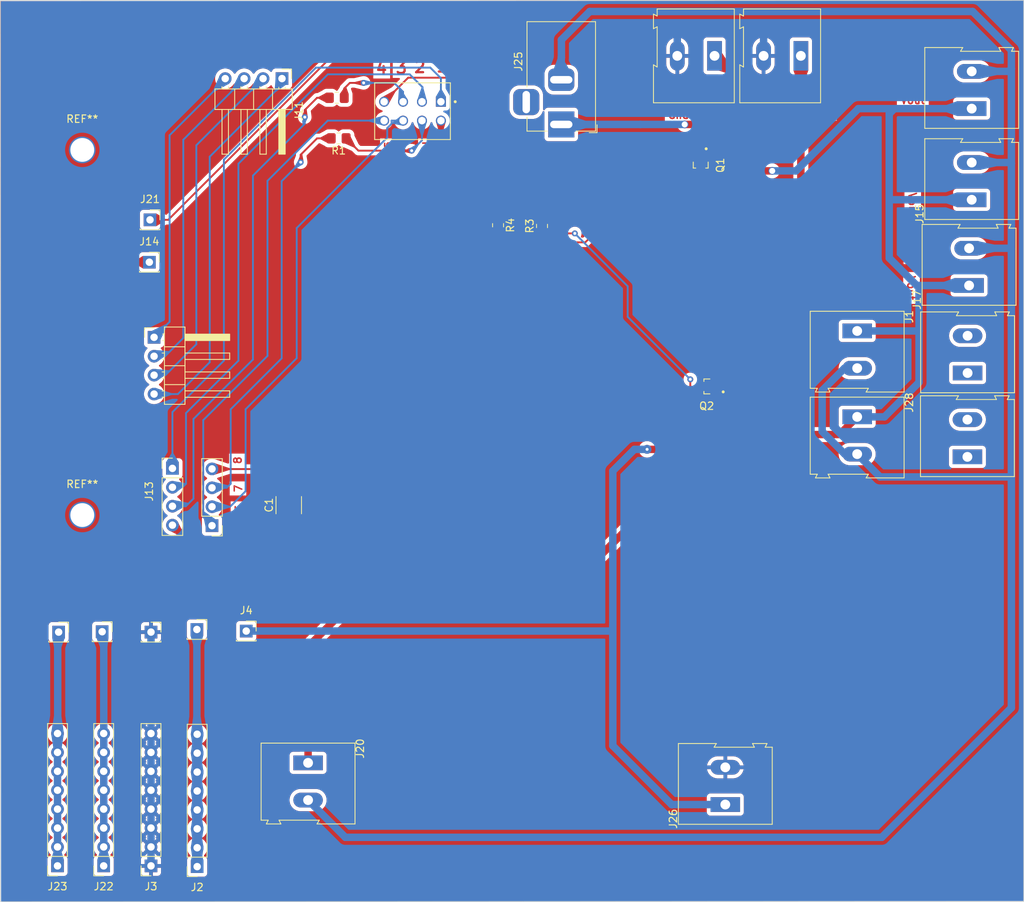
<source format=kicad_pcb>
(kicad_pcb (version 20241229) (generator "pcbnew") (generator_version "9.0")
  (layers (0 "F.Cu" signal) (2 "B.Cu" signal) (13 "F.Paste" user) (15 "B.Paste" user) (5 "F.SilkS" user "F.Silkscreen") (7 "B.SilkS" user "B.Silkscreen") (1 "F.Mask" user) (3 "B.Mask" user) (25 "Edge.Cuts" user))
  (net 0 "")
  (net 1 "Net-(J2-Pin_1)")
  (net 2 "Net-(J22-Pin_1)")
  (net 3 "Net-(J6-Pin_3)")
  (net 4 "Net-(J7-Pin_3)")
  (net 5 "Net-(J23-Pin_1)")
  (net 6 "Net-(J11-Pin_2)")
  (net 7 "Net-(J11-Pin_3)")
  (net 8 "Net-(J11-Pin_1)")
  (net 9 "Net-(J11-Pin_4)")
  (net 10 "Net-(J7-Pin_4)")
  (net 11 "Net-(J6-Pin_4)")
  (net 12 "Net-(J6-Pin_2)")
  (net 13 "Net-(J6-Pin_1)")
  (net 14 "Net-(J7-Pin_1)")
  (net 15 "Net-(J7-Pin_2)")
  (net 16 "Net-(J12-Pad7)")
  (net 17 "Net-(J12-Pad3)")
  (net 18 "GND")
  (net 19 "Net-(J14-Pin_1)")
  (net 20 "Net-(J21-Pin_1)")
  (net 21 "Net-(J10-Pin_1)")
  (net 22 "Net-(J26-Pin_1)")
  (net 26 "unconnected-(J19-Pin_1-Pad1)")
  (net 27 "Net-(Q1-D)")
  (net 28 "Net-(Q1-G)")
  (net 29 "Net-(Q2-G)")
  (net 30 "Net-(J1-Pin_2)")
  (net 31 "Net-(J1-Pin_1)")
  (footprint "Connector_PinSocket_2.54mm:PinSocket_1x08_P2.54mm_Vertical" (layer "F.Cu") (at 71.4146 145.2358 180)
    (property "Reference" "J2" (at 0 -2.77 0) (layer "F.SilkS"))
    (property "Value" "Conn_01x08" (hide yes))
    (pad "1" thru_hole rect (at 0 0 180) (size 1.7 1.7) (drill 1) (layers "*.Cu" "*.Mask") (net 1 "Net-(J2-Pin_1)"))
    (pad "2" thru_hole circle (at 0 2.54 180) (size 1.7 1.7) (drill 1) (layers "*.Cu" "*.Mask") (net 1 "Net-(J2-Pin_1)"))
    (pad "3" thru_hole circle (at 0 5.08 180) (size 1.7 1.7) (drill 1) (layers "*.Cu" "*.Mask") (net 1 "Net-(J2-Pin_1)"))
    (pad "4" thru_hole circle (at 0 7.62 180) (size 1.7 1.7) (drill 1) (layers "*.Cu" "*.Mask") (net 1 "Net-(J2-Pin_1)"))
    (pad "5" thru_hole circle (at 0 10.16 180) (size 1.7 1.7) (drill 1) (layers "*.Cu" "*.Mask") (net 1 "Net-(J2-Pin_1)"))
    (pad "6" thru_hole circle (at 0 12.7 180) (size 1.7 1.7) (drill 1) (layers "*.Cu" "*.Mask") (net 1 "Net-(J2-Pin_1)"))
    (pad "7" thru_hole circle (at 0 15.24 180) (size 1.7 1.7) (drill 1) (layers "*.Cu" "*.Mask") (net 1 "Net-(J2-Pin_1)"))
    (pad "8" thru_hole circle (at 0 17.78 180) (size 1.7 1.7) (drill 1) (layers "*.Cu" "*.Mask") (net 1 "Net-(J2-Pin_1)"))
  )
  (footprint "Connector_PinSocket_2.54mm:PinSocket_1x08_P2.54mm_Vertical" (layer "F.Cu") (at 65.217 145.1342 180)
    (property "Reference" "J3" (at 0 -2.77 0) (layer "F.SilkS"))
    (property "Value" "Conn_01x08" (hide yes))
    (pad "1" thru_hole rect (at 0 0 180) (size 1.7 1.7) (drill 1) (layers "*.Cu" "*.Mask") (net 18 "GND"))
    (pad "2" thru_hole circle (at 0 2.54 180) (size 1.7 1.7) (drill 1) (layers "*.Cu" "*.Mask") (net 18 "GND"))
    (pad "3" thru_hole circle (at 0 5.08 180) (size 1.7 1.7) (drill 1) (layers "*.Cu" "*.Mask") (net 18 "GND"))
    (pad "4" thru_hole circle (at 0 7.62 180) (size 1.7 1.7) (drill 1) (layers "*.Cu" "*.Mask") (net 18 "GND"))
    (pad "5" thru_hole circle (at 0 10.16 180) (size 1.7 1.7) (drill 1) (layers "*.Cu" "*.Mask") (net 18 "GND"))
    (pad "6" thru_hole circle (at 0 12.7 180) (size 1.7 1.7) (drill 1) (layers "*.Cu" "*.Mask") (net 18 "GND"))
    (pad "7" thru_hole circle (at 0 15.24 180) (size 1.7 1.7) (drill 1) (layers "*.Cu" "*.Mask") (net 18 "GND"))
    (pad "8" thru_hole circle (at 0 17.78 180) (size 1.7 1.7) (drill 1) (layers "*.Cu" "*.Mask") (net 18 "GND"))
  )
  (footprint "TerminalBlock:TerminalBlock_Altech_AK300-2_P5.00mm" (layer "F.Cu") (at 160 73.3 -90)
    (property "Reference" "J1" (at -1.92 -6.99 90) (layer "F.SilkS"))
    (property "Value" "Screw_Terminal_01x02")
    (pad "1" thru_hole rect (at 0 0 270) (size 1.98 3.96) (drill 1.32) (layers "*.Cu" "*.Mask") (net 31 "Net-(J1-Pin_1)"))
    (pad "2" thru_hole oval (at 5 0 270) (size 1.98 3.96) (drill 1.32) (layers "*.Cu" "*.Mask") (net 30 "Net-(J1-Pin_2)"))
  )
  (footprint "Connector_PinSocket_2.54mm:PinSocket_1x01_P2.54mm_Vertical" (layer "F.Cu") (at 78 113.6)
    (property "Reference" "J4" (at 0 -2.77 0) (layer "F.SilkS"))
    (property "Value" "Conn_01x01_Pin")
    (pad "1" thru_hole rect (at 0 0) (size 1.7 1.7) (drill 1) (layers "*.Cu" "*.Mask") (net 22 "Net-(J26-Pin_1)"))
  )
  (footprint "Resistor_SMD:R_0805_2012Metric_Pad1.20x1.40mm_HandSolder" (layer "F.Cu") (at 90.155 41.985)
    (property "Reference" "R2" (hide yes))
    (property "Value" "100k")
    (pad "1" smd roundrect (at -1 0) (size 1.2 1.4) (layers "F.Cu" "F.Mask" "F.Paste") (roundrect_rratio 0.208333) (net 3 "Net-(J6-Pin_3)"))
    (pad "2" smd roundrect (at 1 0) (size 1.2 1.4) (layers "F.Cu" "F.Mask" "F.Paste") (roundrect_rratio 0.208333) (net 17 "Net-(J12-Pad3)"))
  )
  (footprint "TerminalBlock:TerminalBlock_Altech_AK300-2_P5.00mm" (layer "F.Cu") (at 86.3 131.3 -90)
    (property "Reference" "J20" (at -1.92 -6.99 90) (layer "F.SilkS"))
    (property "Value" "Screw_Terminal_01x02")
    (pad "1" thru_hole rect (at 0 0 270) (size 1.98 3.96) (drill 1.32) (layers "*.Cu" "*.Mask") (net 31 "Net-(J1-Pin_1)"))
    (pad "2" thru_hole oval (at 5 0 270) (size 1.98 3.96) (drill 1.32) (layers "*.Cu" "*.Mask") (net 30 "Net-(J1-Pin_2)"))
  )
  (footprint "Connector_PinHeader_2.54mm:PinHeader_1x04_P2.54mm_Vertical" (layer "F.Cu") (at 68.0928 91.756)
    (property "Reference" "J6" (hide yes))
    (property "Value" "Conn_01x04" (hide yes))
    (pad "1" thru_hole rect (at 0 0) (size 1.7 1.7) (drill 1) (layers "*.Cu" "*.Mask") (net 13 "Net-(J6-Pin_1)"))
    (pad "2" thru_hole circle (at 0 2.54) (size 1.7 1.7) (drill 1) (layers "*.Cu" "*.Mask") (net 12 "Net-(J6-Pin_2)"))
    (pad "3" thru_hole circle (at 0 5.08) (size 1.7 1.7) (drill 1) (layers "*.Cu" "*.Mask") (net 3 "Net-(J6-Pin_3)"))
    (pad "4" thru_hole circle (at 0 7.62) (size 1.7 1.7) (drill 1) (layers "*.Cu" "*.Mask") (net 11 "Net-(J6-Pin_4)"))
  )
  (footprint "Capacitor_SMD:C_1812_4532Metric_Pad1.57x3.40mm_HandSolder" (layer "F.Cu") (at 83.705 96.6925 90)
    (property "Reference" "C1" (at 0 -2.65 90) (layer "F.SilkS"))
    (property "Value" "100n")
    (pad "1" smd roundrect (at -2.1375 0 90) (size 1.575 3.4) (layers "F.Cu" "F.Mask" "F.Paste") (roundrect_rratio 0.15873) (net 11 "Net-(J6-Pin_4)"))
    (pad "2" smd roundrect (at 2.1375 0 90) (size 1.575 3.4) (layers "F.Cu" "F.Mask" "F.Paste") (roundrect_rratio 0.15873) (net 10 "Net-(J7-Pin_4)"))
  )
  (footprint "TerminalBlock:TerminalBlock_Altech_AK300-2_P5.00mm" (layer "F.Cu") (at 175.37 55.68 90)
    (property "Reference" "J15" (at -1.92 -6.99 90) (layer "F.SilkS"))
    (property "Value" "Screw_Terminal_01x02" (hide yes))
    (pad "1" thru_hole rect (at 0 0 90) (size 1.98 3.96) (drill 1.32) (layers "*.Cu" "*.Mask") (net 31 "Net-(J1-Pin_1)"))
    (pad "2" thru_hole oval (at 5 0 90) (size 1.98 3.96) (drill 1.32) (layers "*.Cu" "*.Mask") (net 30 "Net-(J1-Pin_2)"))
  )
  (footprint "MountingHole:MountingHole_3.2mm_M3_Pad_TopOnly" (layer "F.Cu") (at 55.995 48.985)
    (property "Reference" "REF**" (at 0 -4.15 0) (layer "F.SilkS"))
    (property "Value" "MountingHole_3.2mm_M3_Pad_TopOnly" (hide yes))
    (pad "1" thru_hole circle (at 0 0) (size 3.6 3.6) (drill 3.2) (layers "*.Cu" "*.Mask"))
    (pad "1" connect circle (at 0 0) (size 6.4 6.4) (layers "F.Cu" "F.Mask"))
  )
  (footprint "TerminalBlock:TerminalBlock_Altech_AK300-2_P5.00mm" (layer "F.Cu") (at 152.44 36.355 180)
    (property "Reference" "J10" (hide yes))
    (property "Value" "Screw_Terminal_01x02" (hide yes))
    (pad "1" thru_hole rect (at 0 0 180) (size 1.98 3.96) (drill 1.32) (layers "*.Cu" "*.Mask") (net 21 "Net-(J10-Pin_1)"))
    (pad "2" thru_hole oval (at 5 0 180) (size 1.98 3.96) (drill 1.32) (layers "*.Cu" "*.Mask") (net 18 "GND"))
  )
  (footprint "Resistor_SMD:R_0805_2012Metric_Pad1.20x1.40mm_HandSolder" (layer "F.Cu") (at 90.405 47.435 180)
    (property "Reference" "R1" (at 0 -1.65 0) (layer "F.SilkS"))
    (property "Value" "100k")
    (pad "1" smd roundrect (at -1 0 180) (size 1.2 1.4) (layers "F.Cu" "F.Mask" "F.Paste") (roundrect_rratio 0.208333) (net 16 "Net-(J12-Pad7)"))
    (pad "2" smd roundrect (at 1 0 180) (size 1.2 1.4) (layers "F.Cu" "F.Mask" "F.Paste") (roundrect_rratio 0.208333) (net 4 "Net-(J7-Pin_3)"))
  )
  (footprint "Connector_PinSocket_2.54mm:PinSocket_1x01_P2.54mm_Vertical" (layer "F.Cu") (at 65.085 58.375)
    (property "Reference" "J21" (at 0 -2.77 0) (layer "F.SilkS"))
    (property "Value" "Conn_01x01_Pin" (hide yes))
    (pad "1" thru_hole rect (at 0 0) (size 1.7 1.7) (drill 1) (layers "*.Cu" "*.Mask") (net 20 "Net-(J21-Pin_1)"))
  )
  (footprint "TerminalBlock:TerminalBlock_Altech_AK300-2_P5.00mm" (layer "F.Cu") (at 175.37 43.44 90)
    (property "Reference" "J16" (hide yes))
    (property "Value" "Screw_Terminal_01x02" (hide yes))
    (pad "1" thru_hole rect (at 0 0 90) (size 1.98 3.96) (drill 1.32) (layers "*.Cu" "*.Mask") (net 31 "Net-(J1-Pin_1)"))
    (pad "2" thru_hole oval (at 5 0 90) (size 1.98 3.96) (drill 1.32) (layers "*.Cu" "*.Mask") (net 30 "Net-(J1-Pin_2)"))
  )
  (footprint "Connector_PinSocket_2.54mm:PinSocket_1x01_P2.54mm_Vertical" (layer "F.Cu") (at 58.6638 113.689)
    (property "Reference" "J5" (hide yes))
    (property "Value" "Conn_01x01_Pin")
    (pad "1" thru_hole rect (at 0 0) (size 1.7 1.7) (drill 1) (layers "*.Cu" "*.Mask") (net 2 "Net-(J22-Pin_1)"))
  )
  (footprint "Resistor_SMD:R_0805_2012Metric_Pad1.20x1.40mm_HandSolder" (layer "F.Cu") (at 117.7 59.2 90)
    (property "Reference" "R3" (at 0 -1.65 90) (layer "F.SilkS"))
    (property "Value" "1k")
    (pad "1" smd roundrect (at -1 0 90) (size 1.2 1.4) (layers "F.Cu" "F.Mask" "F.Paste") (roundrect_rratio 0.208333) (net 29 "Net-(Q2-G)"))
    (pad "2" smd roundrect (at 1 0 90) (size 1.2 1.4) (layers "F.Cu" "F.Mask" "F.Paste") (roundrect_rratio 0.208333) (net 20 "Net-(J21-Pin_1)"))
  )
  (footprint "Connector_PinHeader_2.54mm:PinHeader_1x04_P2.54mm_Horizontal" (layer "F.Cu") (at 65.629 74.1538)
    (property "Reference" "J13" (hide yes))
    (property "Value" "Conn_01x04" (hide yes))
    (pad "1" thru_hole rect (at 0 0) (size 1.7 1.7) (drill 1) (layers "*.Cu" "*.Mask") (net 9 "Net-(J11-Pin_4)"))
    (pad "2" thru_hole circle (at 0 2.54) (size 1.7 1.7) (drill 1) (layers "*.Cu" "*.Mask") (net 7 "Net-(J11-Pin_3)"))
    (pad "3" thru_hole circle (at 0 5.08) (size 1.7 1.7) (drill 1) (layers "*.Cu" "*.Mask") (net 6 "Net-(J11-Pin_2)"))
    (pad "4" thru_hole circle (at 0 7.62) (size 1.7 1.7) (drill 1) (layers "*.Cu" "*.Mask") (net 8 "Net-(J11-Pin_1)"))
  )
  (footprint "Connector_PinSocket_2.54mm:PinSocket_1x08_P2.54mm_Vertical" (layer "F.Cu") (at 52.6694 145.1342 180)
    (property "Reference" "J23" (at 0 -2.77 0) (layer "F.SilkS"))
    (property "Value" "Conn_01x08")
    (pad "1" thru_hole rect (at 0 0 180) (size 1.7 1.7) (drill 1) (layers "*.Cu" "*.Mask") (net 5 "Net-(J23-Pin_1)"))
    (pad "2" thru_hole circle (at 0 2.54 180) (size 1.7 1.7) (drill 1) (layers "*.Cu" "*.Mask") (net 5 "Net-(J23-Pin_1)"))
    (pad "3" thru_hole circle (at 0 5.08 180) (size 1.7 1.7) (drill 1) (layers "*.Cu" "*.Mask") (net 5 "Net-(J23-Pin_1)"))
    (pad "4" thru_hole circle (at 0 7.62 180) (size 1.7 1.7) (drill 1) (layers "*.Cu" "*.Mask") (net 5 "Net-(J23-Pin_1)"))
    (pad "5" thru_hole circle (at 0 10.16 180) (size 1.7 1.7) (drill 1) (layers "*.Cu" "*.Mask") (net 5 "Net-(J23-Pin_1)"))
    (pad "6" thru_hole circle (at 0 12.7 180) (size 1.7 1.7) (drill 1) (layers "*.Cu" "*.Mask") (net 5 "Net-(J23-Pin_1)"))
    (pad "7" thru_hole circle (at 0 15.24 180) (size 1.7 1.7) (drill 1) (layers "*.Cu" "*.Mask") (net 5 "Net-(J23-Pin_1)"))
    (pad "8" thru_hole circle (at 0 17.78 180) (size 1.7 1.7) (drill 1) (layers "*.Cu" "*.Mask") (net 5 "Net-(J23-Pin_1)"))
  )
  (footprint "TerminalBlock:TerminalBlock_Altech_AK300-2_P5.00mm" (layer "F.Cu") (at 140.855 36.355 180)
    (property "Reference" "J8" (hide yes))
    (property "Value" "Screw_Terminal_01x02" (hide yes))
    (pad "1" thru_hole rect (at 0 0 180) (size 1.98 3.96) (drill 1.32) (layers "*.Cu" "*.Mask") (net 21 "Net-(J10-Pin_1)"))
    (pad "2" thru_hole oval (at 5 0 180) (size 1.98 3.96) (drill 1.32) (layers "*.Cu" "*.Mask") (net 18 "GND"))
  )
  (footprint "Connector_PinSocket_2.54mm:PinSocket_1x01_P2.54mm_Vertical" (layer "F.Cu") (at 52.8218 113.7398)
    (property "Reference" "J8" (hide yes))
    (property "Value" "Conn_01x01_Pin" (hide yes))
    (pad "1" thru_hole rect (at 0 0) (size 1.7 1.7) (drill 1) (layers "*.Cu" "*.Mask") (net 5 "Net-(J23-Pin_1)"))
  )
  (footprint "TerminalBlock:TerminalBlock_Altech_AK300-2_P5.00mm" (layer "F.Cu") (at 160 84.835 -90)
    (property "Reference" "J28" (at -1.92 -6.99 90) (layer "F.SilkS"))
    (property "Value" "Screw_Terminal_01x02")
    (pad "1" thru_hole rect (at 0 0 270) (size 1.98 3.96) (drill 1.32) (layers "*.Cu" "*.Mask") (net 31 "Net-(J1-Pin_1)"))
    (pad "2" thru_hole oval (at 5 0 270) (size 1.98 3.96) (drill 1.32) (layers "*.Cu" "*.Mask") (net 30 "Net-(J1-Pin_2)"))
  )
  (footprint "Connector_PinHeader_2.54mm:PinHeader_1x04_P2.54mm_Vertical" (layer "F.Cu") (at 73.405 99.445 180)
    (property "Reference" "J7" (hide yes))
    (property "Value" "Conn_01x04")
    (pad "1" thru_hole rect (at 0 0 180) (size 1.7 1.7) (drill 1) (layers "*.Cu" "*.Mask") (net 14 "Net-(J7-Pin_1)"))
    (pad "2" thru_hole circle (at 0 2.54 180) (size 1.7 1.7) (drill 1) (layers "*.Cu" "*.Mask") (net 15 "Net-(J7-Pin_2)"))
    (pad "3" thru_hole circle (at 0 5.08 180) (size 1.7 1.7) (drill 1) (layers "*.Cu" "*.Mask") (net 4 "Net-(J7-Pin_3)"))
    (pad "4" thru_hole circle (at 0 7.62 180) (size 1.7 1.7) (drill 1) (layers "*.Cu" "*.Mask") (net 10 "Net-(J7-Pin_4)"))
  )
  (footprint "Connector_PinSocket_2.54mm:PinSocket_1x01_P2.54mm_Vertical" (layer "F.Cu") (at 71.375 113.385)
    (property "Reference" "J9" (hide yes))
    (property "Value" "Conn_01x01_Pin")
    (pad "1" thru_hole rect (at 0 0) (size 1.7 1.7) (drill 1) (layers "*.Cu" "*.Mask") (net 1 "Net-(J2-Pin_1)"))
  )
  (footprint "temmp:DIO_BAV99W_RFG" (layer "F.Cu") (at 139 50.8 -90)
    (property "Reference" "Q1" (at 0.255 -2.631 90) (layer "F.SilkS"))
    (property "Value" "NMOS")
    (pad "1" smd rect (at -0.95 -0.65 270) (size 0.9 0.7) (layers "F.Cu" "F.Mask" "F.Paste") (net 27 "Net-(Q1-D)"))
    (pad "2" smd rect (at -0.95 0.65 270) (size 0.9 0.7) (layers "F.Cu" "F.Mask" "F.Paste") (net 28 "Net-(Q1-G)"))
    (pad "3" smd rect (at 0.95 0 270) (size 0.9 0.7) (layers "F.Cu" "F.Mask" "F.Paste") (net 31 "Net-(J1-Pin_1)"))
  )
  (footprint "TerminalBlock:TerminalBlock_Altech_AK300-2_P5.00mm" (layer "F.Cu") (at 142.3 136.9 90)
    (property "Reference" "J26" (at -1.92 -6.99 90) (layer "F.SilkS"))
    (property "Value" "Screw_Terminal_01x02")
    (pad "1" thru_hole rect (at 0 0 90) (size 1.98 3.96) (drill 1.32) (layers "*.Cu" "*.Mask") (net 22 "Net-(J26-Pin_1)"))
    (pad "2" thru_hole oval (at 5 0 90) (size 1.98 3.96) (drill 1.32) (layers "*.Cu" "*.Mask") (net 18 "GND"))
  )
  (footprint "footprint:TE_281740-4" (layer "F.Cu") (at 97.1275 45.515)
    (property "Reference" "J12" (hide yes))
    (property "Value" "281740-4" (hide yes))
    (pad "1" thru_hole rect (at 7 -3 180) (size 1.35 1.35) (drill 1) (layers "*.Cu" "*.Mask") (net 13 "Net-(J6-Pin_1)"))
    (pad "2" thru_hole circle (at 4.46 -3 180) (size 1.35 1.35) (drill 1) (layers "*.Cu" "*.Mask") (net 12 "Net-(J6-Pin_2)"))
    (pad "3" thru_hole circle (at 1.92 -3 180) (size 1.35 1.35) (drill 1) (layers "*.Cu" "*.Mask") (net 17 "Net-(J12-Pad3)"))
    (pad "4" thru_hole circle (at -0.62 -3 180) (size 1.35 1.35) (drill 1) (layers "*.Cu" "*.Mask") (net 11 "Net-(J6-Pin_4)"))
    (pad "5" thru_hole circle (at -0.62 -0.46 180) (size 1.35 1.35) (drill 1) (layers "*.Cu" "*.Mask") (net 14 "Net-(J7-Pin_1)"))
    (pad "6" thru_hole circle (at 1.92 -0.46 180) (size 1.35 1.35) (drill 1) (layers "*.Cu" "*.Mask") (net 15 "Net-(J7-Pin_2)"))
    (pad "7" thru_hole circle (at 4.46 -0.46 180) (size 1.35 1.35) (drill 1) (layers "*.Cu" "*.Mask") (net 16 "Net-(J12-Pad7)"))
    (pad "8" thru_hole circle (at 7 -0.46 180) (size 1.35 1.35) (drill 1) (layers "*.Cu" "*.Mask") (net 10 "Net-(J7-Pin_4)"))
  )
  (footprint "Connector_PinSocket_2.54mm:PinSocket_1x01_P2.54mm_Vertical" (layer "F.Cu") (at 64.995 64.065)
    (property "Reference" "J14" (at 0 -2.77 0) (layer "F.SilkS"))
    (property "Value" "Conn_01x01_Pin" (hide yes))
    (pad "1" thru_hole rect (at 0 0) (size 1.7 1.7) (drill 1) (layers "*.Cu" "*.Mask") (net 19 "Net-(J14-Pin_1)"))
  )
  (footprint "Connector_BarrelJack:BarrelJack_Horizontal" (layer "F.Cu") (at 120.2825 45.565 -90)
    (property "Reference" "J25" (at -8.45 5.75 90) (layer "F.SilkS"))
    (property "Value" "Jack-DC")
    (pad "1" thru_hole rect (at 0 0 270) (size 3.5 3.5) (drill oval 1 3) (layers "*.Cu" "*.Mask") (net 27 "Net-(Q1-D)"))
    (pad "2" thru_hole roundrect (at -6 0 270) (size 3 3.5) (drill oval 1 3) (layers "*.Cu" "*.Mask") (net 30 "Net-(J1-Pin_2)"))
    (pad "3" thru_hole roundrect (at -3 4.7 270) (size 3.5 3.5) (drill oval 3 1) (layers "*.Cu" "*.Mask"))
  )
  (footprint "temmp:DIO_BAV99W_RFG" (layer "F.Cu") (at 140.05 80.75 180)
    (property "Reference" "Q2" (at 0.255 -2.631 0) (layer "F.SilkS"))
    (property "Value" "NMOS")
    (pad "1" smd rect (at -0.95 -0.65 180) (size 0.9 0.7) (layers "F.Cu" "F.Mask" "F.Paste") (net 22 "Net-(J26-Pin_1)"))
    (pad "2" smd rect (at -0.95 0.65 180) (size 0.9 0.7) (layers "F.Cu" "F.Mask" "F.Paste") (net 29 "Net-(Q2-G)"))
    (pad "3" smd rect (at 0.95 0 180) (size 0.9 0.7) (layers "F.Cu" "F.Mask" "F.Paste") (net 21 "Net-(J10-Pin_1)"))
  )
  (footprint "Connector_PinHeader_2.54mm:PinHeader_1x04_P2.54mm_Horizontal" (layer "F.Cu") (at 82.7994 39.4066 -90)
    (property "Reference" "J11" (at 4.385 -2.27 90) (layer "F.SilkS"))
    (property "Value" "Conn_01x04")
    (pad "1" thru_hole rect (at 0 0 270) (size 1.7 1.7) (drill 1) (layers "*.Cu" "*.Mask") (net 8 "Net-(J11-Pin_1)"))
    (pad "2" thru_hole circle (at 0 2.54 270) (size 1.7 1.7) (drill 1) (layers "*.Cu" "*.Mask") (net 6 "Net-(J11-Pin_2)"))
    (pad "3" thru_hole circle (at 0 5.08 270) (size 1.7 1.7) (drill 1) (layers "*.Cu" "*.Mask") (net 7 "Net-(J11-Pin_3)"))
    (pad "4" thru_hole circle (at 0 7.62 270) (size 1.7 1.7) (drill 1) (layers "*.Cu" "*.Mask") (net 9 "Net-(J11-Pin_4)"))
  )
  (footprint "Resistor_SMD:R_0805_2012Metric_Pad1.20x1.40mm_HandSolder" (layer "F.Cu") (at 111.8 59.1 -90)
    (property "Reference" "R4" (at 0 -1.65 90) (layer "F.SilkS"))
    (property "Value" "1k")
    (pad "1" smd roundrect (at -1 0 270) (size 1.2 1.4) (layers "F.Cu" "F.Mask" "F.Paste") (roundrect_rratio 0.208333) (net 28 "Net-(Q1-G)"))
    (pad "2" smd roundrect (at 1 0 270) (size 1.2 1.4) (layers "F.Cu" "F.Mask" "F.Paste") (roundrect_rratio 0.208333) (net 19 "Net-(J14-Pin_1)"))
  )
  (footprint "TerminalBlock:TerminalBlock_Altech_AK300-2_P5.00mm" (layer "F.Cu") (at 174.795 90.205 90)
    (property "Reference" "J18" (hide yes))
    (property "Value" "Screw_Terminal_01x02" (hide yes))
    (pad "1" thru_hole rect (at 0 0 90) (size 1.98 3.96) (drill 1.32) (layers "*.Cu" "*.Mask"))
    (pad "2" thru_hole oval (at 5 0 90) (size 1.98 3.96) (drill 1.32) (layers "*.Cu" "*.Mask"))
  )
  (footprint "Connector_PinSocket_2.54mm:PinSocket_1x08_P2.54mm_Vertical" (layer "F.Cu") (at 58.867 145.1342 180)
    (property "Reference" "J22" (at 0 -2.77 0) (layer "F.SilkS"))
    (property "Value" "Conn_01x08" (hide yes))
    (pad "1" thru_hole rect (at 0 0 180) (size 1.7 1.7) (drill 1) (layers "*.Cu" "*.Mask") (net 2 "Net-(J22-Pin_1)"))
    (pad "2" thru_hole circle (at 0 2.54 180) (size 1.7 1.7) (drill 1) (layers "*.Cu" "*.Mask") (net 2 "Net-(J22-Pin_1)"))
    (pad "3" thru_hole circle (at 0 5.08 180) (size 1.7 1.7) (drill 1) (layers "*.Cu" "*.Mask") (net 2 "Net-(J22-Pin_1)"))
    (pad "4" thru_hole circle (at 0 7.62 180) (size 1.7 1.7) (drill 1) (layers "*.Cu" "*.Mask") (net 2 "Net-(J22-Pin_1)"))
    (pad "5" thru_hole circle (at 0 10.16 180) (size 1.7 1.7) (drill 1) (layers "*.Cu" "*.Mask") (net 2 "Net-(J22-Pin_1)"))
    (pad "6" thru_hole circle (at 0 12.7 180) (size 1.7 1.7) (drill 1) (layers "*.Cu" "*.Mask") (net 2 "Net-(J22-Pin_1)"))
    (pad "7" thru_hole circle (at 0 15.24 180) (size 1.7 1.7) (drill 1) (layers "*.Cu" "*.Mask") (net 2 "Net-(J22-Pin_1)"))
    (pad "8" thru_hole circle (at 0 17.78 180) (size 1.7 1.7) (drill 1) (layers "*.Cu" "*.Mask") (net 2 "Net-(J22-Pin_1)"))
  )
  (footprint "TerminalBlock:TerminalBlock_Altech_AK300-2_P5.00mm" (layer "F.Cu") (at 174.82 78.945 90)
    (property "Reference" "J19" (hide yes))
    (property "Value" "Screw_Terminal_01x02" (hide yes))
    (pad "1" thru_hole rect (at 0 0 90) (size 1.98 3.96) (drill 1.32) (layers "*.Cu" "*.Mask") (net 26 "unconnected-(J19-Pin_1-Pad1)"))
    (pad "2" thru_hole oval (at 5 0 90) (size 1.98 3.96) (drill 1.32) (layers "*.Cu" "*.Mask"))
  )
  (footprint "MountingHole:MountingHole_3.2mm_M3_Pad_TopOnly" (layer "F.Cu") (at 55.995 98.025)
    (property "Reference" "REF**" (at 0 -4.15 0) (layer "F.SilkS"))
    (property "Value" "MountingHole_3.2mm_M3_Pad_TopOnly" (hide yes))
    (pad "1" thru_hole circle (at 0 0) (size 3.6 3.6) (drill 3.2) (layers "*.Cu" "*.Mask"))
    (pad "1" connect circle (at 0 0) (size 6.4 6.4) (layers "F.Cu" "F.Mask"))
  )
  (footprint "TerminalBlock:TerminalBlock_Altech_AK300-2_P5.00mm" (layer "F.Cu") (at 175.02 67.195 90)
    (property "Reference" "J17" (at -1.92 -6.99 90) (layer "F.SilkS"))
    (property "Value" "Screw_Terminal_01x02" (hide yes))
    (pad "1" thru_hole rect (at 0 0 90) (size 1.98 3.96) (drill 1.32) (layers "*.Cu" "*.Mask") (net 31 "Net-(J1-Pin_1)"))
    (pad "2" thru_hole oval (at 5 0 90) (size 1.98 3.96) (drill 1.32) (layers "*.Cu" "*.Mask") (net 30 "Net-(J1-Pin_2)"))
  )
  (footprint "Connector_PinSocket_2.54mm:PinSocket_1x01_P2.54mm_Vertical" (layer "F.Cu") (at 65.217 113.7398)
    (property "Reference" "J24" (hide yes))
    (property "Value" "Conn_01x01_Pin")
    (pad "1" thru_hole rect (at 0 0) (size 1.7 1.7) (drill 1) (layers "*.Cu" "*.Mask") (net 18 "GND"))
  )
  (gr_line (start 45.05 149.95) (end 45 28.95) (stroke (width 0.1)) (layer "Edge.Cuts"))
  (gr_line (start 45 28.95) (end 182.35 28.903738) (stroke (width 0.1)) (layer "Edge.Cuts"))
  (gr_line (start 182.35 28.903738) (end 182.35 149.900018) (stroke (width 0.1)) (layer "Edge.Cuts"))
  (gr_line (start 182.35 149.900018) (end 45.05 149.95) (stroke (width 0.1)) (layer "Edge.Cuts"))
  (gr_text "Gnd" (at 62.935 111.105 0) (layer "F.Cu") (effects (font (size 1.5 1.5) (thickness 0.3) (bold yes)) (justify left bottom)))
  (gr_text "1" (at 74.285 36.825 0) (layer "F.Cu") (effects (font (size 1.5 1.5) (thickness 0.3) (bold yes)) (justify left bottom)))
  (gr_text "2" (at 63.435 77.675 90) (layer "F.Cu") (effects (font (size 1.5 1.5) (thickness 0.3) (bold yes)) (justify left bottom)))
  (gr_text "Vout\n" (at 138.975 44.855 0) (layer "F.Cu") (effects (font (size 1 1) (thickness 0.2) (bold yes)) (justify left bottom)))
  (gr_text "6\n" (at 77.655 97.695 90) (layer "F.Cu") (effects (font (size 1 1) (thickness 0.2) (bold yes)) (justify left bottom)))
  (gr_text "3" (at 65.885 97.785 90) (layer "F.Cu") (effects (font (size 1.5 1.5) (thickness 0.3) (bold yes)) (justify left bottom)))
  (gr_text "Vcc" (at 151.9 88.915 270) (layer "F.Cu") (effects (font (size 1 1) (thickness 0.2) (bold yes)) (justify left bottom)))
  (gr_text "8\n" (at 104.525 49.045 0) (layer "F.Cu") (effects (font (size 0.8 0.8) (thickness 0.2) (bold yes)) (justify left bottom)))
  (gr_text "8\n" (at 77.445 91.275 90) (layer "F.Cu") (effects (font (size 1 1) (thickness 0.2) (bold yes)) (justify left bottom)))
  (gr_text "Vout\n" (at 153.355 44.592219 0) (layer "F.Cu") (effects (font (size 1 1) (thickness 0.2) (bold yes)) (justify left bottom)))
  (gr_text "Vout\n" (at 166.825 54.595 270) (layer "F.Cu") (effects (font (size 1 1) (thickness 0.2) (bold yes)) (justify left bottom)))
  (gr_text "2" (at 65.775 95.305 90) (layer "F.Cu") (effects (font (size 1.5 1.5) (thickness 0.3) (bold yes)) (justify left bottom)))
  (gr_text "6" (at 99.455 48.885 90) (layer "F.Cu") (effects (font (size 0.8 0.8) (thickness 0.2) (bold yes)) (justify left bottom)))
  (gr_text "4" (at 63.585 82.875 90) (layer "F.Cu") (effects (font (size 1.5 1.5) (thickness 0.3) (bold yes)) (justify left bottom)))
  (gr_text "3" (at 79.505 36.845 0) (layer "F.Cu") (effects (font (size 1.5 1.5) (thickness 0.3) (bold yes)) (justify left bottom)))
  (gr_text "2" (at 100.395 38.745 0) (layer "F.Cu") (effects (font (size 1.5 1.5) (thickness 0.3) (bold yes)) (justify left bottom)))
  (gr_text "7\n" (at 77.525 95.055 90) (layer "F.Cu") (effects (font (size 1 1) (thickness 0.2) (bold yes)) (justify left bottom)))
  (gr_text "1" (at 103.365 38.655 0) (layer "F.Cu") (effects (font (size 1.5 1.5) (thickness 0.3) (bold yes)) (justify left bottom)))
  (gr_text "Gnd\n" (at 151.75 83.4 270) (layer "F.Cu") (effects (font (size 1 1) (thickness 0.2) (bold yes)) (justify left bottom)))
  (gr_text "3" (at 63.545 80.155 90) (layer "F.Cu") (effects (font (size 1.5 1.5) (thickness 0.3) (bold yes)) (justify left bottom)))
  (gr_text "Gnd\n" (at 134.475 44.885 0) (layer "F.Cu") (effects (font (size 1 1) (thickness 0.2) (bold yes)) (justify left bottom)))
  (gr_text "5v" (at 51.305 110.915 0) (layer "F.Cu") (effects (font (size 1.5 1.5) (thickness 0.3) (bold yes)) (justify left bottom)))
  (gr_text "1" (at 65.685 92.335 90) (layer "F.Cu") (effects (font (size 1.5 1.5) (thickness 0.3) (bold yes)) (justify left bottom)))
  (gr_text "1" (at 63.345 74.705 90) (layer "F.Cu") (effects (font (size 1.5 1.5) (thickness 0.3) (bold yes)) (justify left bottom)))
  (gr_text "Gnd\n" (at 166.705 61.005 270) (layer "F.Cu") (effects (font (size 1 1) (thickness 0.2) (bold yes)) (justify left bottom)))
  (gr_text "3v3\n" (at 56.625 110.955 0) (layer "F.Cu") (effects (font (size 1.5 1.5) (thickness 0.3) (bold yes)) (justify left bottom)))
  (gr_text "7" (at 101.435 48.975 0) (layer "F.Cu") (effects (font (size 0.8 0.8) (thickness 0.2) (bold yes)) (justify left bottom)))
  (gr_text "5" (at 77.805 100.415 90) (layer "F.Cu") (effects (font (size 1 1) (thickness 0.2) (bold yes)) (justify left bottom)))
  (gr_text "4\n" (at 95.235 38.935 0) (layer "F.Cu") (effects (font (size 1.5 1.5) (thickness 0.3) (bold yes)) (justify left bottom)))
  (gr_text "Gnd\n" (at 166.675 49.385 270) (layer "F.Cu") (effects (font (size 1 1) (thickness 0.2) (bold yes)) (justify left bottom)))
  (gr_text "3" (at 97.915 38.855 0) (layer "F.Cu") (effects (font (size 1.5 1.5) (thickness 0.3) (bold yes)) (justify left bottom)))
  (gr_text "Vout\n" (at 165.715 42.895 0) (layer "F.Cu") (effects (font (size 1 1) (thickness 0.2) (bold yes)) (justify left bottom)))
  (gr_text "Vout\n" (at 151.8 77.3 270) (layer "F.Cu") (effects (font (size 1 1) (thickness 0.2) (bold yes)) (justify left bottom)))
  (gr_text "Custom V" (at 67.485 111.035 0) (layer "F.Cu") (effects (font (size 1.5 1.5) (thickness 0.3) (bold yes)) (justify left bottom)))
  (gr_text "Gnd\n" (at 146.035 44.755 0) (layer "F.Cu") (effects (font (size 1 1) (thickness 0.2) (bold yes)) (justify left bottom)))
  (gr_text "4\n" (at 65.965 100.465 90) (layer "F.Cu") (effects (font (size 1.5 1.5) (thickness 0.3) (bold yes)) (justify left bottom)))
  (gr_text "5" (at 97.485 48.805 90) (layer "F.Cu") (effects (font (size 0.8 0.8) (thickness 0.2) (bold yes)) (justify left bottom)))
  (gr_text "4\n" (at 82.035 36.895 0) (layer "F.Cu") (effects (font (size 1.5 1.5) (thickness 0.3) (bold yes)) (justify left bottom)))
  (gr_text "Vout\n" (at 166.665 65.775 270) (layer "F.Cu") (effects (font (size 1 1) (thickness 0.2) (bold yes)) (justify left bottom)))
  (gr_text "2" (at 76.845 36.795 0) (layer "F.Cu") (effects (font (size 1.5 1.5) (thickness 0.3) (bold yes)) (justify left bottom)))
  (gr_text "Gnd\n" (at 151.65 72.09 270) (layer "F.Cu") (effects (font (size 1 1) (thickness 0.2) (bold yes)) (justify left bottom)))
  (gr_text "Gnd\n" (at 166.305 36.725 270) (layer "F.Cu") (effects (font (size 1 1) (thickness 0.2) (bold yes)) (justify left bottom)))
  (gr_text "J13" (at 64.965 94.845 90) (layer "F.SilkS") (effects (font (size 1 1))))
  (segment (start 71.4146 135.0758) (end 71.4146 132.5358) (width 1) (layer "B.Cu") (net 1))
  (segment (start 71.375 113.385) (end 71.375 127.4162) (width 1) (layer "B.Cu") (net 1))
  (segment (start 71.4146 140.1558) (end 71.4146 137.6158) (width 1) (layer "B.Cu") (net 1))
  (segment (start 71.4146 137.6158) (end 71.4146 135.0758) (width 1) (layer "B.Cu") (net 1))
  (segment (start 71.375 127.4162) (end 71.4146 127.4558) (width 1) (layer "B.Cu") (net 1))
  (segment (start 71.4146 142.6958) (end 71.4146 140.1558) (width 1) (layer "B.Cu") (net 1))
  (segment (start 71.4146 145.2358) (end 71.4146 142.6958) (width 1) (layer "B.Cu") (net 1))
  (segment (start 71.4146 132.5358) (end 71.4146 129.9958) (width 1) (layer "B.Cu") (net 1))
  (segment (start 71.4146 129.9958) (end 71.4146 127.4558) (width 1) (layer "B.Cu") (net 1))
  (segment (start 58.875 113.9002) (end 58.875 144.7198) (width 1) (layer "B.Cu") (net 2))
  (segment (start 58.875 144.7198) (end 58.6638 144.931) (width 0.5) (layer "B.Cu") (net 2))
  (segment (start 58.6638 113.689) (end 58.875 113.9002) (width 0.5) (layer "B.Cu") (net 2))
  (segment (start 58.6638 144.931) (end 58.867 145.1342) (width 0.5) (layer "B.Cu") (net 2))
  (segment (start 85.855 43.635) (end 85.855 44.585) (width 0.25) (layer "F.Cu") (net 3))
  (segment (start 87.505 41.985) (end 85.855 43.635) (width 0.25) (layer "F.Cu") (net 3))
  (segment (start 89.155 41.985) (end 87.505 41.985) (width 0.25) (layer "F.Cu") (net 3))
  (via (at 85.855 44.585) (size 0.8) (drill 0.4) (layers "F.Cu" "B.Cu") (net 3))
  (segment (start 70.915 95.815) (end 70.915 85.125) (width 0.25) (layer "B.Cu") (net 3))
  (segment (start 85.855 45.485) (end 85.855 44.585) (width 0.25) (layer "B.Cu") (net 3))
  (segment (start 68.0928 96.836) (end 69.894 96.836) (width 0.25) (layer "B.Cu") (net 3))
  (segment (start 78.9 77.14) (end 78.9 52.44) (width 0.25) (layer "B.Cu") (net 3))
  (segment (start 78.9 52.44) (end 85.855 45.485) (width 0.25) (layer "B.Cu") (net 3))
  (segment (start 70.915 85.125) (end 78.9 77.14) (width 0.25) (layer "B.Cu") (net 3))
  (segment (start 69.894 96.836) (end 70.915 95.815) (width 0.25) (layer "B.Cu") (net 3))
  (segment (start 85.305 50.635) (end 85.305 49.635) (width 0.25) (layer "F.Cu") (net 4))
  (segment (start 87.505 47.435) (end 89.405 47.435) (width 0.25) (layer "F.Cu") (net 4))
  (segment (start 85.305 49.635) (end 87.505 47.435) (width 0.25) (layer "F.Cu") (net 4))
  (via (at 85.305 50.635) (size 0.8) (drill 0.4) (layers "F.Cu" "B.Cu") (net 4))
  (segment (start 85.305 50.635) (end 82.755 53.185) (width 0.25) (layer "B.Cu") (net 4))
  (segment (start 82.755 76.975) (end 75.915 83.815) (width 0.25) (layer "B.Cu") (net 4))
  (segment (start 82.755 53.185) (end 82.755 76.975) (width 0.25) (layer "B.Cu") (net 4))
  (segment (start 75.915 83.815) (end 75.915 93.815) (width 0.25) (layer "B.Cu") (net 4))
  (segment (start 75.915 93.815) (end 75.365 94.365) (width 0.25) (layer "B.Cu") (net 4))
  (segment (start 75.365 94.365) (end 73.405 94.365) (width 0.25) (layer "B.Cu") (net 4))
  (segment (start 52.695 113.8666) (end 52.695 127.3286) (width 1) (layer "B.Cu") (net 5))
  (segment (start 52.695 127.3286) (end 52.6694 127.3542) (width 0.5) (layer "B.Cu") (net 5))
  (segment (start 52.8218 113.7398) (end 52.695 113.8666) (width 0.5) (layer "B.Cu") (net 5))
  (segment (start 52.6694 127.3542) (end 52.6694 145.1342) (width 1) (layer "B.Cu") (net 5))
  (segment (start 52.8218 127.2018) (end 52.6694 127.3542) (width 0.5) (layer "B.Cu") (net 5))
  (segment (start 65.629 79.2338) (end 67.153 79.2338) (width 0.25) (layer "B.Cu") (net 6))
  (segment (start 71.3 75.0868) (end 71.3 48.366) (width 0.25) (layer "B.Cu") (net 6))
  (segment (start 71.3 48.366) (end 80.2594 39.4066) (width 0.25) (layer "B.Cu") (net 6))
  (segment (start 67.153 79.2338) (end 71.3 75.0868) (width 0.25) (layer "B.Cu") (net 6))
  (segment (start 67.1022 76.6938) (end 65.629 76.6938) (width 0.25) (layer "B.Cu") (net 7))
  (segment (start 69.55 47.6212) (end 69.55 74.246) (width 0.25) (layer "B.Cu") (net 7))
  (segment (start 75.9922 41.1338) (end 75.9922 41.179) (width 0.25) (layer "B.Cu") (net 7))
  (segment (start 69.55 74.246) (end 67.1022 76.6938) (width 0.25) (layer "B.Cu") (net 7))
  (segment (start 75.9922 41.179) (end 69.55 47.6212) (width 0.25) (layer "B.Cu") (net 7))
  (segment (start 77.7194 39.4066) (end 75.9922 41.1338) (width 0.25) (layer "B.Cu") (net 7))
  (segment (start 68.8294 81.7738) (end 73.1 77.5032) (width 0.25) (layer "B.Cu") (net 8))
  (segment (start 73.1 49.8934) (end 82.7994 40.194) (width 0.25) (layer "B.Cu") (net 8))
  (segment (start 65.629 81.7738) (end 68.8294 81.7738) (width 0.25) (layer "B.Cu") (net 8))
  (segment (start 82.7994 40.194) (end 82.7994 39.4066) (width 0.25) (layer "B.Cu") (net 8))
  (segment (start 73.1 77.5032) (end 73.1 49.8934) (width 0.25) (layer "B.Cu") (net 8))
  (segment (start 65.629 74.1538) (end 67.715 72.0678) (width 0.25) (layer "B.Cu") (net 9))
  (segment (start 67.715 72.0678) (end 67.715 47.015) (width 0.25) (layer "B.Cu") (net 9))
  (segment (start 67.715 47.015) (end 75.1794 39.5506) (width 0.25) (layer "B.Cu") (net 9))
  (segment (start 75.1794 39.5506) (end 75.1794 39.4066) (width 0.25) (layer "B.Cu") (net 9))
  (segment (start 73.425 91.845) (end 83.705 91.845) (width 0.25) (layer "F.Cu") (net 10))
  (segment (start 83.705 91.845) (end 83.705 90.755) (width 0.25) (layer "F.Cu") (net 10))
  (segment (start 73.405 91.825) (end 73.425 91.845) (width 0.25) (layer "F.Cu") (net 10))
  (segment (start 83.705 90.755) (end 104.1275 70.3325) (width 0.25) (layer "F.Cu") (net 10))
  (segment (start 83.705 94.555) (end 83.705 91.845) (width 0.25) (layer "F.Cu") (net 10))
  (segment (start 104.1275 70.3325) (end 104.1275 45.055) (width 0.25) (layer "F.Cu") (net 10))
  (segment (start 99.7375 39.285) (end 106.385 39.285) (width 0.25) (layer "F.Cu") (net 11))
  (segment (start 70.5318 101.815) (end 81.985 101.815) (width 0.25) (layer "F.Cu") (net 11))
  (segment (start 107.915 74.62) (end 83.705 98.83) (width 0.25) (layer "F.Cu") (net 11))
  (segment (start 68.0928 99.376) (end 70.5318 101.815) (width 0.25) (layer "F.Cu") (net 11))
  (segment (start 83.705 100.095) (end 83.705 98.83) (width 0.25) (layer "F.Cu") (net 11))
  (segment (start 107.915 40.815) (end 107.915 74.62) (width 0.25) (layer "F.Cu") (net 11))
  (segment (start 106.385 39.285) (end 107.915 40.815) (width 0.25) (layer "F.Cu") (net 11))
  (segment (start 81.985 101.815) (end 83.705 100.095) (width 0.25) (layer "F.Cu") (net 11))
  (segment (start 96.5075 42.515) (end 99.7375 39.285) (width 0.25) (layer "F.Cu") (net 11))
  (segment (start 76.95 77.29) (end 76.95 50.84) (width 0.25) (layer "B.Cu") (net 12))
  (segment (start 68.0928 94.296) (end 69.434 94.296) (width 0.25) (layer "B.Cu") (net 12))
  (segment (start 101.655 40.555) (end 101.655 42.4475) (width 0.25) (layer "B.Cu") (net 12))
  (segment (start 101.655 42.4475) (end 101.5875 42.515) (width 0.25) (layer "B.Cu") (net 12))
  (segment (start 69.915 93.815) (end 69.915 84.325) (width 0.25) (layer "B.Cu") (net 12))
  (segment (start 99.935 38.835) (end 101.655 40.555) (width 0.25) (layer "B.Cu") (net 12))
  (segment (start 69.434 94.296) (end 69.915 93.815) (width 0.25) (layer "B.Cu") (net 12))
  (segment (start 76.95 50.84) (end 88.955 38.835) (width 0.25) (layer "B.Cu") (net 12))
  (segment (start 69.915 84.325) (end 76.95 77.29) (width 0.25) (layer "B.Cu") (net 12))
  (segment (start 88.955 38.835) (end 99.935 38.835) (width 0.25) (layer "B.Cu") (net 12))
  (segment (start 102.705 37.935) (end 87.355 37.935) (width 0.25) (layer "B.Cu") (net 13))
  (segment (start 75 77.29) (end 68.0928 84.1972) (width 0.25) (layer "B.Cu") (net 13))
  (segment (start 104.1275 42.515) (end 104.1275 39.3575) (width 0.25) (layer "B.Cu") (net 13))
  (segment (start 104.1275 39.3575) (end 102.705 37.935) (width 0.25) (layer "B.Cu") (net 13))
  (segment (start 87.355 37.935) (end 75 50.29) (width 0.25) (layer "B.Cu") (net 13))
  (segment (start 68.0928 84.1972) (end 68.0928 91.756) (width 0.25) (layer "B.Cu") (net 13))
  (segment (start 75 50.29) (end 75 77.29) (width 0.25) (layer "B.Cu") (net 13))
  (segment (start 80.85 76.65419) (end 80.85 53.14) (width 0.25) (layer "B.Cu") (net 14))
  (segment (start 88.935 45.055) (end 96.5075 45.055) (width 0.25) (layer "B.Cu") (net 14))
  (segment (start 73.405 99.445) (end 72.229 98.269) (width 0.25) (layer "B.Cu") (net 14))
  (segment (start 72.229 85.27519) (end 80.85 76.65419) (width 0.25) (layer "B.Cu") (net 14))
  (segment (start 80.85 53.14) (end 88.935 45.055) (width 0.25) (layer "B.Cu") (net 14))
  (segment (start 72.229 98.269) (end 72.229 85.27519) (width 0.25) (layer "B.Cu") (net 14))
  (segment (start 75.825 96.905) (end 77.915 94.815) (width 0.25) (layer "B.Cu") (net 15))
  (segment (start 77.915 94.815) (end 77.915 83.815) (width 0.25) (layer "B.Cu") (net 15))
  (segment (start 96.922128 46.056) (end 97.5085 45.469628) (width 0.25) (layer "B.Cu") (net 15))
  (segment (start 96.922128 47.327872) (end 96.922128 46.056) (width 0.25) (layer "B.Cu") (net 15))
  (segment (start 84.775 76.955) (end 84.775 59.475) (width 0.25) (layer "B.Cu") (net 15))
  (segment (start 77.915 83.815) (end 84.775 76.955) (width 0.25) (layer "B.Cu") (net 15))
  (segment (start 97.5085 45.469628) (end 97.5085 45.055) (width 0.25) (layer "B.Cu") (net 15))
  (segment (start 84.775 59.475) (end 96.922128 47.327872) (width 0.25) (layer "B.Cu") (net 15))
  (segment (start 73.405 96.905) (end 75.825 96.905) (width 0.25) (layer "B.Cu") (net 15))
  (segment (start 97.5085 45.055) (end 99.0475 45.055) (width 0.25) (layer "B.Cu") (net 15))
  (segment (start 93.055 49.085) (end 100.205 49.085) (width 0.25) (layer "F.Cu") (net 16))
  (segment (start 91.405 47.435) (end 93.055 49.085) (width 0.25) (layer "F.Cu") (net 16))
  (via (at 100.205 49.085) (size 0.8) (drill 0.4) (layers "F.Cu" "B.Cu") (net 16))
  (segment (start 101.5875 47.7025) (end 100.205 49.085) (width 0.25) (layer "B.Cu") (net 16))
  (segment (start 101.5875 45.055) (end 101.5875 47.7025) (width 0.25) (layer "B.Cu") (net 16))
  (segment (start 93.755 39.985) (end 93.705 39.985) (width 0.25) (layer "F.Cu") (net 17))
  (segment (start 91.905 39.985) (end 93.755 39.985) (width 0.25) (layer "F.Cu") (net 17))
  (segment (start 91.155 41.985) (end 91.155 40.735) (width 0.25) (layer "F.Cu") (net 17))
  (segment (start 91.155 40.735) (end 91.905 39.985) (width 0.25) (layer "F.Cu") (net 17))
  (via (at 93.755 39.985) (size 0.8) (drill 0.4) (layers "F.Cu" "B.Cu") (net 17))
  (segment (start 97.855 39.985) (end 93.755 39.985) (width 0.25) (layer "B.Cu") (net 17))
  (segment (start 99.0475 41.1775) (end 97.855 39.985) (width 0.25) (layer "B.Cu") (net 17))
  (segment (start 99.0475 42.515) (end 99.0475 41.1775) (width 0.25) (layer "B.Cu") (net 17))
  (segment (start 135.855 32.155) (end 135.855 36.355) (width 1) (layer "B.Cu") (net 18))
  (segment (start 65.217 113.7398) (end 65.217 145.1342) (width 1) (layer "B.Cu") (net 18))
  (segment (start 147.44 32.34) (end 147.44 36.355) (width 1) (layer "B.Cu") (net 18))
  (segment (start 60.5 65.7) (end 60.5 98.18659) (width 0.25) (layer "F.Cu") (net 19))
  (segment (start 64.995 64.065) (end 62.135 64.065) (width 0.25) (layer "F.Cu") (net 19))
  (segment (start 62.135 64.065) (end 60.5 65.7) (width 0.25) (layer "F.Cu") (net 19))
  (segment (start 111.8 77.7) (end 111.8 60.1) (width 0.25) (layer "F.Cu") (net 19))
  (segment (start 66.31341 104) (end 85.5 104) (width 0.25) (layer "F.Cu") (net 19))
  (segment (start 60.5 98.18659) (end 66.31341 104) (width 0.25) (layer "F.Cu") (net 19))
  (segment (start 85.5 104) (end 111.8 77.7) (width 0.25) (layer "F.Cu") (net 19))
  (segment (start 64.995 64.065) (end 64.453 64.607) (width 0.25) (layer "B.Cu") (net 19))
  (segment (start 107.171984 36.471984) (end 111.1 40.4) (width 0.25) (layer "F.Cu") (net 20))
  (segment (start 67.525 58.375) (end 89.428016 36.471984) (width 0.25) (layer "F.Cu") (net 20))
  (segment (start 111.1 48.2) (end 117.7 54.8) (width 0.25) (layer "F.Cu") (net 20))
  (segment (start 117.7 54.8) (end 117.7 58.2) (width 0.25) (layer "F.Cu") (net 20))
  (segment (start 111.1 40.4) (end 111.1 48.2) (width 0.25) (layer "F.Cu") (net 20))
  (segment (start 65.085 58.375) (end 67.525 58.375) (width 0.25) (layer "F.Cu") (net 20))
  (segment (start 89.428016 36.471984) (end 107.171984 36.471984) (width 0.25) (layer "F.Cu") (net 20))
  (segment (start 64.695 58.375) (end 64.665 58.405) (width 0.25) (layer "B.Cu") (net 20))
  (segment (start 65.085 58.375) (end 64.695 58.375) (width 0.25) (layer "B.Cu") (net 20))
  (segment (start 146.4 74) (end 143.14 77.26) (width 1) (layer "F.Cu") (net 21))
  (segment (start 145.4 40.9) (end 140.855 36.355) (width 1) (layer "F.Cu") (net 21))
  (segment (start 140.34 77.26) (end 139.1 78.5) (width 1) (layer "F.Cu") (net 21))
  (segment (start 152.44 59.16) (end 146.4 65.2) (width 1) (layer "F.Cu") (net 21))
  (segment (start 146.4 65.2) (end 146.4 74) (width 1) (layer "F.Cu") (net 21))
  (segment (start 152.44 40.9) (end 152.44 59.16) (width 1) (layer "F.Cu") (net 21))
  (segment (start 152.44 40.9) (end 145.4 40.9) (width 1) (layer "F.Cu") (net 21))
  (segment (start 143.14 77.26) (end 140.34 77.26) (width 1) (layer "F.Cu") (net 21))
  (segment (start 139.1 78.5) (end 139.1 80.75) (width 1) (layer "F.Cu") (net 21))
  (segment (start 152.44 40.9) (end 152.44 36.355) (width 1) (layer "F.Cu") (net 21))
  (segment (start 139.203 83.197) (end 141 81.4) (width 1) (layer "F.Cu") (net 22))
  (segment (start 131.8 89.2) (end 135.6 89.2) (width 1) (layer "F.Cu") (net 22))
  (segment (start 139.203 85.597) (end 139.203 83.197) (width 1) (layer "F.Cu") (net 22))
  (segment (start 135.6 89.2) (end 139.203 85.597) (width 1) (layer "F.Cu") (net 22))
  (via (at 131.8 89.2) (size 1.2) (drill 0.4) (layers "F.Cu" "B.Cu") (net 22))
  (segment (start 127.1 113.6) (end 127.2 113.7) (width 1) (layer "B.Cu") (net 22))
  (segment (start 135.1 136.9) (end 127.2 129) (width 1) (layer "B.Cu") (net 22))
  (segment (start 127.2 92.1) (end 127.2 113.7) (width 1) (layer "B.Cu") (net 22))
  (segment (start 127.2 129) (end 127.2 113.7) (width 1) (layer "B.Cu") (net 22))
  (segment (start 142.3 136.9) (end 135.1 136.9) (width 1) (layer "B.Cu") (net 22))
  (segment (start 78 113.6) (end 127.1 113.6) (width 1) (layer "B.Cu") (net 22))
  (segment (start 130.1 89.2) (end 127.2 92.1) (width 1) (layer "B.Cu") (net 22))
  (segment (start 131.8 89.2) (end 130.1 89.2) (width 1) (layer "B.Cu") (net 22))
  (segment (start 174.585 78.945) (end 174.82 78.945) (width 0.25) (layer "B.Cu") (net 26))
  (segment (start 174.585 78.945) (end 174.515 78.875) (width 0.25) (layer "B.Cu") (net 26))
  (segment (start 139.65 46.85) (end 139.65 49.85) (width 1) (layer "F.Cu") (net 27))
  (segment (start 136.845 45.565) (end 138.365 45.565) (width 1) (layer "F.Cu") (net 27))
  (segment (start 138.365 45.565) (end 139.65 46.85) (width 1) (layer "F.Cu") (net 27))
  (via (at 136.845 45.565) (size 1) (drill 0.8) (layers "F.Cu" "B.Cu") (net 27))
  (segment (start 120.2825 45.565) (end 130.9 45.565) (width 1) (layer "B.Cu") (net 27))
  (segment (start 130.9 45.565) (end 136.845 45.565) (width 1) (layer "B.Cu") (net 27))
  (segment (start 111.8 58.1) (end 115.1 61.4) (width 0.25) (layer "F.Cu") (net 28))
  (segment (start 115.1 61.4) (end 123.5 61.4) (width 0.25) (layer "F.Cu") (net 28))
  (segment (start 135.05 49.85) (end 131.9 53) (width 0.25) (layer "F.Cu") (net 28))
  (segment (start 123.5 61.4) (end 131.9 53) (width 0.25) (layer "F.Cu") (net 28))
  (segment (start 138.35 49.85) (end 135.05 49.85) (width 0.25) (layer "F.Cu") (net 28))
  (segment (start 137.6 80.702) (end 138.474 81.576) (width 0.25) (layer "F.Cu") (net 29))
  (segment (start 122.2 60.2) (end 122.3 60.1) (width 0.25) (layer "F.Cu") (net 29))
  (segment (start 141 80.124) (end 141 80.1) (width 0.25) (layer "F.Cu") (net 29))
  (segment (start 139.548 81.576) (end 141 80.124) (width 0.25) (layer "F.Cu") (net 29))
  (segment (start 138.474 81.576) (end 139.548 81.576) (width 0.25) (layer "F.Cu") (net 29))
  (segment (start 122.1 60.2) (end 122.2 60.2) (width 0.25) (layer "F.Cu") (net 29))
  (segment (start 137.6 79.8) (end 137.6 80.702) (width 0.25) (layer "F.Cu") (net 29))
  (segment (start 117.7 60.2) (end 122.1 60.2) (width 0.25) (layer "F.Cu") (net 29))
  (via (at 137.6 79.8) (size 0.8) (drill 0.4) (layers "F.Cu" "B.Cu") (net 29))
  (via (at 122.1 60.2) (size 0.8) (drill 0.4) (layers "F.Cu" "B.Cu") (net 29))
  (segment (start 129.2 71.4) (end 137.6 79.8) (width 0.25) (layer "B.Cu") (net 29))
  (segment (start 122.1 60.2) (end 129.2 67.3) (width 0.25) (layer "B.Cu") (net 29))
  (segment (start 129.2 67.3) (end 129.2 71.4) (width 0.25) (layer "B.Cu") (net 29))
  (segment (start 160 89.835) (end 163.065 92.9) (width 1) (layer "B.Cu") (net 30))
  (segment (start 175.385 50.665) (end 175.37 50.68) (width 1) (layer "B.Cu") (net 30))
  (segment (start 158.335 89.835) (end 155.3 86.8) (width 1) (layer "B.Cu") (net 30))
  (segment (start 175.5 30.4) (end 180.695999 35.595999) (width 1) (layer "B.Cu") (net 30))
  (segment (start 180.695999 92.9) (end 180.695999 123.904001) (width 1) (layer "B.Cu") (net 30))
  (segment (start 180.695999 50.8) (end 180.695999 62.3) (width 1) (layer "B.Cu") (net 30))
  (segment (start 163.3 141.3) (end 91.3 141.3) (width 1) (layer "B.Cu") (net 30))
  (segment (start 180.695999 38.1) (end 180.695999 50.8) (width 1) (layer "B.Cu") (net 30))
  (segment (start 180.590999 62.195) (end 175.02 62.195) (width 1) (layer "B.Cu") (net 30))
  (segment (start 180.695999 62.3) (end 180.695999 92.9) (width 1) (layer "B.Cu") (net 30))
  (segment (start 160 89.835) (end 158.335 89.835) (width 1) (layer "B.Cu") (net 30))
  (segment (start 180.695999 62.3) (end 180.590999 62.195) (width 1) (layer "B.Cu") (net 30))
  (segment (start 155.3 86.8) (end 155.3 81.3) (width 1) (layer "B.Cu") (net 30))
  (segment (start 180.695999 50.8) (end 180.575999 50.68) (width 1) (layer "B.Cu") (net 30))
  (segment (start 163.065 92.9) (end 180.695999 92.9) (width 1) (layer "B.Cu") (net 30))
  (segment (start 180.695999 123.904001) (end 163.3 141.3) (width 1) (layer "B.Cu") (net 30))
  (segment (start 180.355999 38.44) (end 175.37 38.44) (width 1) (layer "B.Cu") (net 30))
  (segment (start 120.3 34.2) (end 124.1 30.4) (width 1) (layer "B.Cu") (net 30))
  (segment (start 91.3 141.3) (end 86.3 136.3) (width 1) (layer "B.Cu") (net 30))
  (segment (start 120.2825 39.565) (end 120.2825 36.6175) (width 1) (layer "B.Cu") (net 30))
  (segment (start 180.575999 50.68) (end 175.37 50.68) (width 1) (layer "B.Cu") (net 30))
  (segment (start 180.695999 38.1) (end 180.355999 38.44) (width 1) (layer "B.Cu") (net 30))
  (segment (start 120.3 36.6) (end 120.3 34.2) (width 1) (layer "B.Cu") (net 30))
  (segment (start 158.3 78.3) (end 160 78.3) (width 1) (layer "B.Cu") (net 30))
  (segment (start 155.3 81.3) (end 158.3 78.3) (width 1) (layer "B.Cu") (net 30))
  (segment (start 120.2825 36.6175) (end 120.3 36.6) (width 1) (layer "B.Cu") (net 30))
  (segment (start 124.1 30.4) (end 175.5 30.4) (width 1) (layer "B.Cu") (net 30))
  (segment (start 180.695999 35.595999) (end 180.695999 38.1) (width 1) (layer "B.Cu") (net 30))
  (segment (start 175.37 50.68) (end 175.425 50.625) (width 1) (layer "B.Cu") (net 30))
  (segment (start 86.3 131.3) (end 86.3 115.7) (width 1) (layer "F.Cu") (net 31))
  (segment (start 98.6 103.4) (end 125.6 103.4) (width 1) (layer "F.Cu") (net 31))
  (segment (start 141.784848 87.215152) (end 157.619848 87.215152) (width 1) (layer "F.Cu") (net 31))
  (segment (start 157.619848 87.215152) (end 160 84.835) (width 1) (layer "F.Cu") (net 31))
  (segment (start 148.6 51.8) (end 139.05 51.8) (width 1) (layer "F.Cu") (net 31))
  (segment (start 125.6 103.4) (end 141.784848 87.215152) (width 1) (layer "F.Cu") (net 31))
  (segment (start 139.05 51.8) (end 139 51.75) (width 1) (layer "F.Cu") (net 31))
  (segment (start 86.3 115.7) (end 98.6 103.4) (width 1) (layer "F.Cu") (net 31))
  (via (at 148.6 51.8) (size 1) (drill 0.8) (layers "F.Cu" "B.Cu") (net 31))
  (segment (start 164.3 63.5) (end 167.995 67.195) (width 1) (layer "B.Cu") (net 31))
  (segment (start 168.3 80.2) (end 163.665 84.835) (width 1) (layer "B.Cu") (net 31))
  (segment (start 167.995 67.195) (end 168.3 67.195) (width 1) (layer "B.Cu") (net 31))
  (segment (start 168.3 67.195) (end 168.3 69.7) (width 1) (layer "B.Cu") (net 31))
  (segment (start 164.3 55.5) (end 164.48 55.68) (width 1) (layer "B.Cu") (net 31))
  (segment (start 160.16 43.44) (end 165 43.44) (width 1) (layer "B.Cu") (net 31))
  (segment (start 163.665 84.835) (end 160 84.835) (width 1) (layer "B.Cu") (net 31))
  (segment (start 151.8 51.8) (end 148.6 51.8) (width 1) (layer "B.Cu") (net 31))
  (segment (start 151.8 51.8) (end 160.16 43.44) (width 1) (layer "B.Cu") (net 31))
  (segment (start 164.3 44.14) (end 164.3 55.5) (width 1) (layer "B.Cu") (net 31))
  (segment (start 164.48 55.68) (end 175.37 55.68) (width 1) (layer "B.Cu") (net 31))
  (segment (start 168.3 73.3) (end 168.3 80.2) (width 1) (layer "B.Cu") (net 31))
  (segment (start 164.3 55.5) (end 164.3 63.5) (width 1) (layer "B.Cu") (net 31))
  (segment (start 168.3 69.7) (end 168.3 73.3) (width 1) (layer "B.Cu") (net 31))
  (segment (start 168.3 67.195) (end 175.02 67.195) (width 1) (layer "B.Cu") (net 31))
  (segment (start 165 43.44) (end 164.3 44.14) (width 1) (layer "B.Cu") (net 31))
  (segment (start 165 43.44) (end 175.37 43.44) (width 1) (layer "B.Cu") (net 31))
  (segment (start 160 73.3) (end 168.3 73.3) (width 1) (layer "B.Cu") (net 31))
  (zone (net 18) (net_name "GND") (layer "F.Cu") (priority 1) (connect_pads (clearance 0.508)) (min_thickness 0.25) (fill yes (thermal_gap 0.5) (thermal_bridge_width 0.5))
    (polygon (pts (xy 45.03 28.96) (xy 45.05 149.94) (xy 182.33 149.89) (xy 182.36 28.9)))
  )
  (zone (net 18) (net_name "GND") (layer "B.Cu") (connect_pads (clearance 0.508)) (min_thickness 0.25) (fill yes (thermal_gap 0.5) (thermal_bridge_width 0.5))
    (polygon (pts (xy 45.05 29) (xy 45.05 149.95) (xy 182.35 149.9) (xy 182.35 28.9)))
  )
)
</source>
